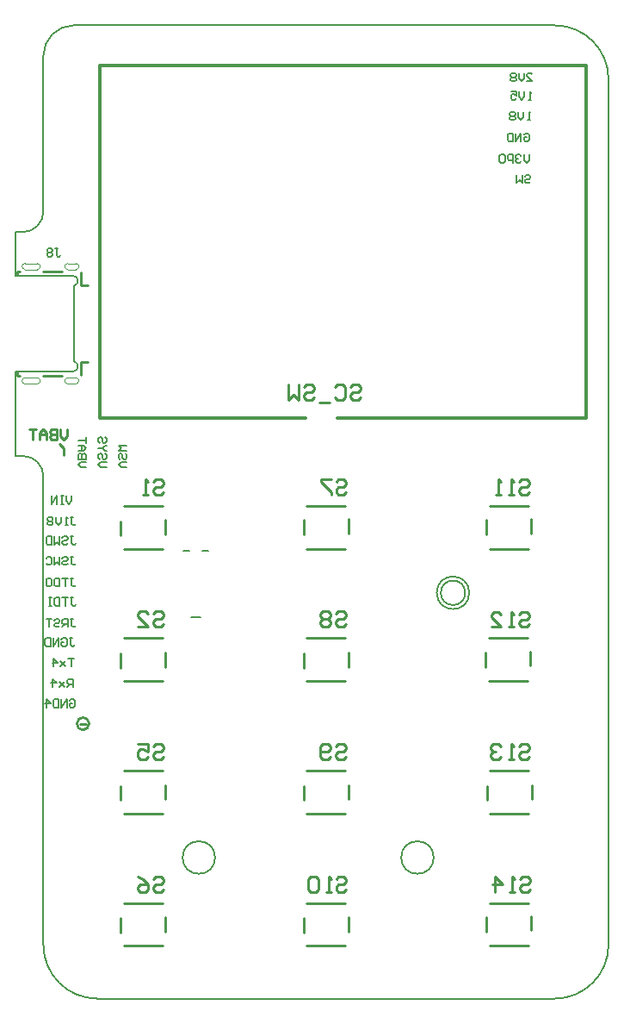
<source format=gbo>
G04 Layer_Color=16776960*
%FSLAX44Y44*%
%MOMM*%
G71*
G01*
G75*
%ADD48C,0.1500*%
%ADD49C,0.2500*%
%ADD51C,0.2000*%
%ADD55C,0.3000*%
%ADD75C,0.0000*%
%ADD95C,0.2540*%
D48*
X33668Y726997D02*
X36334D01*
X35001D01*
Y720333D01*
X36334Y719000D01*
X37667D01*
X39000Y720333D01*
X31003Y725665D02*
X29670Y726997D01*
X27004D01*
X25671Y725665D01*
Y724332D01*
X27004Y722999D01*
X25671Y721666D01*
Y720333D01*
X27004Y719000D01*
X29670D01*
X31003Y720333D01*
Y721666D01*
X29670Y722999D01*
X31003Y724332D01*
Y725665D01*
X29670Y722999D02*
X27004D01*
X502000Y873000D02*
X499334D01*
X500667D01*
Y880997D01*
X502000Y879665D01*
X495336Y880997D02*
Y875666D01*
X492670Y873000D01*
X490004Y875666D01*
Y880997D01*
X482006D02*
X487338D01*
Y876999D01*
X484672Y878332D01*
X483339D01*
X482006Y876999D01*
Y874333D01*
X483339Y873000D01*
X486005D01*
X487338Y874333D01*
X501000Y853000D02*
X498334D01*
X499667D01*
Y860997D01*
X501000Y859665D01*
X494336Y860997D02*
Y855666D01*
X491670Y853000D01*
X489004Y855666D01*
Y860997D01*
X486338Y859665D02*
X485005Y860997D01*
X482339D01*
X481007Y859665D01*
Y858332D01*
X482339Y856999D01*
X481007Y855666D01*
Y854333D01*
X482339Y853000D01*
X485005D01*
X486338Y854333D01*
Y855666D01*
X485005Y856999D01*
X486338Y858332D01*
Y859665D01*
X485005Y856999D02*
X482339D01*
X497668Y891000D02*
X503000D01*
X497668Y896332D01*
Y897664D01*
X499001Y898997D01*
X501667D01*
X503000Y897664D01*
X495003Y898997D02*
Y893666D01*
X492337Y891000D01*
X489671Y893666D01*
Y898997D01*
X487005Y897664D02*
X485672Y898997D01*
X483007D01*
X481674Y897664D01*
Y896332D01*
X483007Y894999D01*
X481674Y893666D01*
Y892333D01*
X483007Y891000D01*
X485672D01*
X487005Y892333D01*
Y893666D01*
X485672Y894999D01*
X487005Y896332D01*
Y897664D01*
X485672Y894999D02*
X483007D01*
X47668Y282665D02*
X49001Y283997D01*
X51667D01*
X53000Y282665D01*
Y277333D01*
X51667Y276000D01*
X49001D01*
X47668Y277333D01*
Y279999D01*
X50334D01*
X45003Y276000D02*
Y283997D01*
X39671Y276000D01*
Y283997D01*
X37005D02*
Y276000D01*
X33006D01*
X31674Y277333D01*
Y282665D01*
X33006Y283997D01*
X37005D01*
X25009Y276000D02*
Y283997D01*
X29008Y279999D01*
X23676D01*
X494668Y838664D02*
X496001Y839997D01*
X498667D01*
X500000Y838664D01*
Y833333D01*
X498667Y832000D01*
X496001D01*
X494668Y833333D01*
Y835999D01*
X497334D01*
X492003Y832000D02*
Y839997D01*
X486671Y832000D01*
Y839997D01*
X484005D02*
Y832000D01*
X480006D01*
X478674Y833333D01*
Y838664D01*
X480006Y839997D01*
X484005D01*
X48668Y462997D02*
X51334D01*
X50001D01*
Y456333D01*
X51334Y455000D01*
X52667D01*
X54000Y456333D01*
X46003Y455000D02*
X43337D01*
X44670D01*
Y462997D01*
X46003Y461665D01*
X39338Y462997D02*
Y457666D01*
X36672Y455000D01*
X34006Y457666D01*
Y462997D01*
X31341Y461665D02*
X30008Y462997D01*
X27342D01*
X26009Y461665D01*
Y460332D01*
X27342Y458999D01*
X26009Y457666D01*
Y456333D01*
X27342Y455000D01*
X30008D01*
X31341Y456333D01*
Y457666D01*
X30008Y458999D01*
X31341Y460332D01*
Y461665D01*
X30008Y458999D02*
X27342D01*
X47668Y343997D02*
X50334D01*
X49001D01*
Y337333D01*
X50334Y336000D01*
X51667D01*
X53000Y337333D01*
X39671Y342664D02*
X41004Y343997D01*
X43670D01*
X45003Y342664D01*
Y337333D01*
X43670Y336000D01*
X41004D01*
X39671Y337333D01*
Y339999D01*
X42337D01*
X37005Y336000D02*
Y343997D01*
X31674Y336000D01*
Y343997D01*
X29008D02*
Y336000D01*
X25009D01*
X23676Y337333D01*
Y342664D01*
X25009Y343997D01*
X29008D01*
X48668Y362997D02*
X51334D01*
X50001D01*
Y356333D01*
X51334Y355000D01*
X52667D01*
X54000Y356333D01*
X46003Y355000D02*
Y362997D01*
X42004D01*
X40671Y361665D01*
Y358999D01*
X42004Y357666D01*
X46003D01*
X43337D02*
X40671Y355000D01*
X32673Y361665D02*
X34006Y362997D01*
X36672D01*
X38005Y361665D01*
Y360332D01*
X36672Y358999D01*
X34006D01*
X32673Y357666D01*
Y356333D01*
X34006Y355000D01*
X36672D01*
X38005Y356333D01*
X30008Y362997D02*
X24676D01*
X27342D01*
Y355000D01*
X48668Y423997D02*
X51334D01*
X50001D01*
Y417333D01*
X51334Y416000D01*
X52667D01*
X54000Y417333D01*
X40671Y422664D02*
X42004Y423997D01*
X44670D01*
X46003Y422664D01*
Y421332D01*
X44670Y419999D01*
X42004D01*
X40671Y418666D01*
Y417333D01*
X42004Y416000D01*
X44670D01*
X46003Y417333D01*
X38005Y423997D02*
Y416000D01*
X35339Y418666D01*
X32673Y416000D01*
Y423997D01*
X24676Y422664D02*
X26009Y423997D01*
X28675D01*
X30008Y422664D01*
Y417333D01*
X28675Y416000D01*
X26009D01*
X24676Y417333D01*
X48668Y443997D02*
X51334D01*
X50001D01*
Y437333D01*
X51334Y436000D01*
X52667D01*
X54000Y437333D01*
X40671Y442664D02*
X42004Y443997D01*
X44670D01*
X46003Y442664D01*
Y441332D01*
X44670Y439999D01*
X42004D01*
X40671Y438666D01*
Y437333D01*
X42004Y436000D01*
X44670D01*
X46003Y437333D01*
X38005Y443997D02*
Y436000D01*
X35339Y438666D01*
X32673Y436000D01*
Y443997D01*
X30008D02*
Y436000D01*
X26009D01*
X24676Y437333D01*
Y442664D01*
X26009Y443997D01*
X30008D01*
X48668Y383997D02*
X51334D01*
X50001D01*
Y377333D01*
X51334Y376000D01*
X52667D01*
X54000Y377333D01*
X46003Y383997D02*
X40671D01*
X43337D01*
Y376000D01*
X38005Y383997D02*
Y376000D01*
X34006D01*
X32673Y377333D01*
Y382664D01*
X34006Y383997D01*
X38005D01*
X30008D02*
X27342D01*
X28675D01*
Y376000D01*
X30008D01*
X27342D01*
X48668Y402997D02*
X51334D01*
X50001D01*
Y396333D01*
X51334Y395000D01*
X52667D01*
X54000Y396333D01*
X46003Y402997D02*
X40671D01*
X43337D01*
Y395000D01*
X38005Y402997D02*
Y395000D01*
X34006D01*
X32673Y396333D01*
Y401665D01*
X34006Y402997D01*
X38005D01*
X26009D02*
X28675D01*
X30008Y401665D01*
Y396333D01*
X28675Y395000D01*
X26009D01*
X24676Y396333D01*
Y401665D01*
X26009Y402997D01*
X51000Y296000D02*
Y303997D01*
X47001D01*
X45668Y302665D01*
Y299999D01*
X47001Y298666D01*
X51000D01*
X48334D02*
X45668Y296000D01*
X43003Y301332D02*
X37671Y296000D01*
X40337Y298666D01*
X37671Y301332D01*
X43003Y296000D01*
X31006D02*
Y303997D01*
X35005Y299999D01*
X29674D01*
X495668Y797664D02*
X497001Y798997D01*
X499667D01*
X501000Y797664D01*
Y796332D01*
X499667Y794999D01*
X497001D01*
X495668Y793666D01*
Y792333D01*
X497001Y791000D01*
X499667D01*
X501000Y792333D01*
X493003Y798997D02*
Y791000D01*
X490337Y793666D01*
X487671Y791000D01*
Y798997D01*
X52000Y323997D02*
X46668D01*
X49334D01*
Y316000D01*
X44003Y321332D02*
X38671Y316000D01*
X41337Y318666D01*
X38671Y321332D01*
X44003Y316000D01*
X32006D02*
Y323997D01*
X36005Y319999D01*
X30673D01*
X500000Y818997D02*
Y813666D01*
X497334Y811000D01*
X494668Y813666D01*
Y818997D01*
X492003Y817664D02*
X490670Y818997D01*
X488004D01*
X486671Y817664D01*
Y816332D01*
X488004Y814999D01*
X489337D01*
X488004D01*
X486671Y813666D01*
Y812333D01*
X488004Y811000D01*
X490670D01*
X492003Y812333D01*
X484005Y811000D02*
Y818997D01*
X480006D01*
X478674Y817664D01*
Y814999D01*
X480006Y813666D01*
X484005D01*
X476008Y817664D02*
X474675Y818997D01*
X472009D01*
X470676Y817664D01*
Y812333D01*
X472009Y811000D01*
X474675D01*
X476008Y812333D01*
Y817664D01*
X63997Y512000D02*
X58666D01*
X56000Y514666D01*
X58666Y517332D01*
X63997D01*
Y519997D02*
X56000D01*
Y523996D01*
X57333Y525329D01*
X58666D01*
X59999Y523996D01*
Y519997D01*
Y523996D01*
X61332Y525329D01*
X62664D01*
X63997Y523996D01*
Y519997D01*
X56000Y527995D02*
X61332D01*
X63997Y530661D01*
X61332Y533326D01*
X56000D01*
X59999D01*
Y527995D01*
X63997Y535992D02*
Y541324D01*
Y538658D01*
X56000D01*
X50000Y483997D02*
Y478666D01*
X47334Y476000D01*
X44668Y478666D01*
Y483997D01*
X42003D02*
X39337D01*
X40670D01*
Y476000D01*
X42003D01*
X39337D01*
X35338D02*
Y483997D01*
X30006Y476000D01*
Y483997D01*
X103997Y512000D02*
X98666D01*
X96000Y514666D01*
X98666Y517332D01*
X103997D01*
X102664Y525329D02*
X103997Y523996D01*
Y521330D01*
X102664Y519997D01*
X101332D01*
X99999Y521330D01*
Y523996D01*
X98666Y525329D01*
X97333D01*
X96000Y523996D01*
Y521330D01*
X97333Y519997D01*
X103997Y527995D02*
X96000D01*
X98666Y530661D01*
X96000Y533326D01*
X103997D01*
X83997Y512000D02*
X78666D01*
X76000Y514666D01*
X78666Y517332D01*
X83997D01*
X82664Y525329D02*
X83997Y523996D01*
Y521330D01*
X82664Y519997D01*
X81332D01*
X79999Y521330D01*
Y523996D01*
X78666Y525329D01*
X77333D01*
X76000Y523996D01*
Y521330D01*
X77333Y519997D01*
X83997Y527995D02*
X82664D01*
X79999Y530661D01*
X82664Y533326D01*
X83997D01*
X79999Y530661D02*
X76000D01*
X82664Y541324D02*
X83997Y539991D01*
Y537325D01*
X82664Y535992D01*
X81332D01*
X79999Y537325D01*
Y539991D01*
X78666Y541324D01*
X77333D01*
X76000Y539991D01*
Y537325D01*
X77333Y535992D01*
D49*
X45000Y548997D02*
Y542332D01*
X41668Y539000D01*
X38335Y542332D01*
Y548997D01*
X35003D02*
Y539000D01*
X30005D01*
X28339Y540666D01*
Y542332D01*
X30005Y543998D01*
X35003D01*
X30005D01*
X28339Y545664D01*
Y547331D01*
X30005Y548997D01*
X35003D01*
X25006Y539000D02*
Y545664D01*
X21674Y548997D01*
X18342Y545664D01*
Y539000D01*
Y543998D01*
X25006D01*
X15010Y548997D02*
X8345D01*
X11677D01*
Y539000D01*
D51*
X190974Y128599D02*
G03*
X190974Y128599I-16000J0D01*
G01*
X405974D02*
G03*
X405974Y128599I-16000J0D01*
G01*
X440974Y388599D02*
G03*
X440974Y388599I-16000J0D01*
G01*
X436974D02*
G03*
X436974Y388599I-12000J0D01*
G01*
X160000Y430000D02*
X165500D01*
X167000Y365000D02*
X177000D01*
X178500Y430000D02*
X184000D01*
X51997Y690100D02*
G03*
X51000Y700000I-997J4900D01*
G01*
Y606000D02*
G03*
X52039Y615891I0J5000D01*
G01*
X2001Y743001D02*
G03*
X22001Y763001I0J20000D01*
G01*
X52000Y946000D02*
G03*
X22001Y916000I0J-30000D01*
G01*
X577999Y893000D02*
G03*
X524999Y946000I-53000J0D01*
G01*
Y-10000D02*
G03*
X577999Y43000I0J53000D01*
G01*
X22001D02*
G03*
X75000Y-10000I53000J0D01*
G01*
X22001Y503001D02*
G03*
X2001Y523001I-20000J0D01*
G01*
X75000Y-10000D02*
X524999D01*
X22001Y43000D02*
Y503001D01*
X-5000Y523001D02*
X2001D01*
X-5000Y743001D02*
X2000D01*
X22001Y763001D02*
Y916000D01*
X52000Y946000D02*
X524999D01*
X577999Y43000D02*
Y893000D01*
X-5001Y700001D02*
Y743001D01*
X-5000Y700000D02*
X51000D01*
X52000Y615900D02*
Y690100D01*
X-5001Y523001D02*
Y605801D01*
X51000D01*
D55*
X78000Y560500D02*
X280000D01*
X78000D02*
Y906500D01*
X556000Y560500D02*
Y906500D01*
X78000D02*
X556000Y906599D01*
X311000Y560500D02*
X556000D01*
D75*
X15999Y593800D02*
G03*
X18999Y596800I0J3000D01*
G01*
D02*
G03*
X15999Y599800I-3000J0D01*
G01*
X4001D02*
G03*
X1001Y596800I0J-3000D01*
G01*
D02*
G03*
X4001Y593800I3000J0D01*
G01*
X54000Y706200D02*
G03*
X57000Y709200I0J3000D01*
G01*
D02*
G03*
X54000Y712200I-3000J0D01*
G01*
X45999D02*
G03*
X43000Y709200I0J-3000D01*
G01*
D02*
G03*
X45999Y706200I3000J0D01*
G01*
X54000Y593800D02*
G03*
X57000Y596800I0J3000D01*
G01*
D02*
G03*
X54000Y599800I-3000J0D01*
G01*
X45999D02*
G03*
X43000Y596800I0J-3000D01*
G01*
D02*
G03*
X45999Y593800I3000J0D01*
G01*
X15999Y706200D02*
G03*
X18999Y709200I0J3000D01*
G01*
D02*
G03*
X15999Y712200I-3000J0D01*
G01*
X4001D02*
G03*
X1001Y709200I0J-3000D01*
G01*
D02*
G03*
X4001Y706200I3000J0D01*
G01*
Y599800D02*
X15999D01*
X4001Y593800D02*
X15999D01*
X45999Y712200D02*
X54000D01*
X45999Y706200D02*
X54000D01*
X45999Y599800D02*
X54000D01*
X45999Y593800D02*
X54000D01*
X4001Y712200D02*
X15999D01*
X4001Y706200D02*
X15999D01*
D95*
X67000Y260000D02*
G03*
X67000Y260000I-6000J0D01*
G01*
X59000Y615000D02*
X66000D01*
X59000Y691000D02*
X66000D01*
X59000D02*
Y703000D01*
Y603000D02*
Y615000D01*
X22000Y602000D02*
X40000D01*
X22000Y704000D02*
X40000D01*
X-4000Y602000D02*
X-1000D01*
X-4000D02*
Y605000D01*
Y704000D02*
X-1000D01*
X-4000Y701000D02*
Y704000D01*
X58000Y260000D02*
X64000D01*
X42000Y524000D02*
Y531000D01*
X38000Y535000D02*
X42000Y531000D01*
X101000Y431940D02*
X139000D01*
X142000Y445940D02*
Y459940D01*
X98000Y444940D02*
Y458940D01*
X101000Y473940D02*
X139000D01*
X281000Y473940D02*
X319000D01*
X278000Y445940D02*
Y459940D01*
X322000Y446940D02*
Y460940D01*
X281000Y431940D02*
X319000D01*
X461000Y473940D02*
X499000D01*
X458000Y445940D02*
X458000Y459940D01*
X502000Y460940D02*
X502000Y446940D01*
X461000Y431940D02*
X499000D01*
X101000Y301940D02*
X139000D01*
X142000Y315940D02*
Y329940D01*
X98000Y314940D02*
Y328940D01*
X101000Y343940D02*
X139000D01*
X281000Y301940D02*
X319000D01*
X322000Y315940D02*
Y329940D01*
X278000Y314940D02*
Y328940D01*
X281000Y343940D02*
X319000D01*
X460000Y343940D02*
X498000D01*
X457000Y315940D02*
Y329940D01*
X501000Y316940D02*
Y330940D01*
X460000Y301940D02*
X498000D01*
X461201Y171940D02*
X499201D01*
X502201Y185940D02*
Y199940D01*
X458201Y184940D02*
Y198940D01*
X461201Y213940D02*
X499201D01*
X281000Y171940D02*
X319000D01*
X322000Y185940D02*
Y199940D01*
X278000Y184940D02*
Y198940D01*
X281000Y213940D02*
X319000D01*
X101000Y171940D02*
X139000D01*
X142000Y185940D02*
Y199940D01*
X98000Y184940D02*
Y198940D01*
X101000Y213940D02*
X139000D01*
X101000Y41941D02*
X139000D01*
X142000Y55941D02*
Y69941D01*
X98000Y54941D02*
Y68941D01*
X101000Y83941D02*
X139000D01*
X280999Y41941D02*
X318999D01*
X321999Y55941D02*
Y69941D01*
X277999Y54941D02*
Y68941D01*
X280999Y83941D02*
X318999D01*
X460999Y83941D02*
X498999D01*
X457999Y55941D02*
Y69941D01*
X501999Y56941D02*
Y70941D01*
X460999Y41941D02*
X498999D01*
X489843Y497696D02*
X492383Y500235D01*
X497461D01*
X500000Y497696D01*
Y495157D01*
X497461Y492617D01*
X492383D01*
X489843Y490078D01*
Y487539D01*
X492383Y485000D01*
X497461D01*
X500000Y487539D01*
X484765Y485000D02*
X479687D01*
X482226D01*
Y500235D01*
X484765Y497696D01*
X472069Y485000D02*
X466991D01*
X469530D01*
Y500235D01*
X472069Y497696D01*
X309843Y367696D02*
X312383Y370235D01*
X317461D01*
X320000Y367696D01*
Y365157D01*
X317461Y362617D01*
X312383D01*
X309843Y360078D01*
Y357539D01*
X312383Y355000D01*
X317461D01*
X320000Y357539D01*
X304765Y367696D02*
X302226Y370235D01*
X297147D01*
X294608Y367696D01*
Y365157D01*
X297147Y362617D01*
X294608Y360078D01*
Y357539D01*
X297147Y355000D01*
X302226D01*
X304765Y357539D01*
Y360078D01*
X302226Y362617D01*
X304765Y365157D01*
Y367696D01*
X302226Y362617D02*
X297147D01*
X129843Y367696D02*
X132382Y370235D01*
X137461D01*
X140000Y367696D01*
Y365157D01*
X137461Y362617D01*
X132382D01*
X129843Y360078D01*
Y357539D01*
X132382Y355000D01*
X137461D01*
X140000Y357539D01*
X114608Y355000D02*
X124765D01*
X114608Y365157D01*
Y367696D01*
X117147Y370235D01*
X122226D01*
X124765Y367696D01*
X489843Y237696D02*
X492383Y240235D01*
X497461D01*
X500000Y237696D01*
Y235157D01*
X497461Y232617D01*
X492383D01*
X489843Y230078D01*
Y227539D01*
X492383Y225000D01*
X497461D01*
X500000Y227539D01*
X484765Y225000D02*
X479687D01*
X482226D01*
Y240235D01*
X484765Y237696D01*
X472069D02*
X469530Y240235D01*
X464451D01*
X461912Y237696D01*
Y235157D01*
X464451Y232617D01*
X466991D01*
X464451D01*
X461912Y230078D01*
Y227539D01*
X464451Y225000D01*
X469530D01*
X472069Y227539D01*
X309843Y237696D02*
X312383Y240235D01*
X317461D01*
X320000Y237696D01*
Y235157D01*
X317461Y232617D01*
X312383D01*
X309843Y230078D01*
Y227539D01*
X312383Y225000D01*
X317461D01*
X320000Y227539D01*
X304765D02*
X302226Y225000D01*
X297147D01*
X294608Y227539D01*
Y237696D01*
X297147Y240235D01*
X302226D01*
X304765Y237696D01*
Y235157D01*
X302226Y232617D01*
X294608D01*
X129843Y237696D02*
X132382Y240235D01*
X137461D01*
X140000Y237696D01*
Y235157D01*
X137461Y232617D01*
X132382D01*
X129843Y230078D01*
Y227539D01*
X132382Y225000D01*
X137461D01*
X140000Y227539D01*
X114608Y240235D02*
X124765D01*
Y232617D01*
X119687Y235157D01*
X117147D01*
X114608Y232617D01*
Y227539D01*
X117147Y225000D01*
X122226D01*
X124765Y227539D01*
X310003Y497496D02*
X312502Y499995D01*
X317501D01*
X320000Y497496D01*
Y494997D01*
X317501Y492498D01*
X312502D01*
X310003Y489998D01*
Y487499D01*
X312502Y485000D01*
X317501D01*
X320000Y487499D01*
X305005Y499995D02*
X295008D01*
Y497496D01*
X305005Y487499D01*
Y485000D01*
X130003Y107496D02*
X132502Y109995D01*
X137501D01*
X140000Y107496D01*
Y104997D01*
X137501Y102498D01*
X132502D01*
X130003Y99998D01*
Y97499D01*
X132502Y95000D01*
X137501D01*
X140000Y97499D01*
X115008Y109995D02*
X120007Y107496D01*
X125005Y102498D01*
Y97499D01*
X122506Y95000D01*
X117507D01*
X115008Y97499D01*
Y99998D01*
X117507Y102498D01*
X125005D01*
X491003Y107496D02*
X493502Y109995D01*
X498501D01*
X501000Y107496D01*
Y104997D01*
X498501Y102498D01*
X493502D01*
X491003Y99998D01*
Y97499D01*
X493502Y95000D01*
X498501D01*
X501000Y97499D01*
X486005Y95000D02*
X481007D01*
X483506D01*
Y109995D01*
X486005Y107496D01*
X466011Y95000D02*
Y109995D01*
X473509Y102498D01*
X463512D01*
X490003Y367496D02*
X492502Y369995D01*
X497501D01*
X500000Y367496D01*
Y364997D01*
X497501Y362498D01*
X492502D01*
X490003Y359998D01*
Y357499D01*
X492502Y355000D01*
X497501D01*
X500000Y357499D01*
X485005Y355000D02*
X480006D01*
X482506D01*
Y369995D01*
X485005Y367496D01*
X462512Y355000D02*
X472509D01*
X462512Y364997D01*
Y367496D01*
X465011Y369995D01*
X470010D01*
X472509Y367496D01*
X310003Y107496D02*
X312502Y109995D01*
X317501D01*
X320000Y107496D01*
Y104997D01*
X317501Y102498D01*
X312502D01*
X310003Y99998D01*
Y97499D01*
X312502Y95000D01*
X317501D01*
X320000Y97499D01*
X305005Y95000D02*
X300007D01*
X302506D01*
Y109995D01*
X305005Y107496D01*
X292509D02*
X290010Y109995D01*
X285011D01*
X282512Y107496D01*
Y97499D01*
X285011Y95000D01*
X290010D01*
X292509Y97499D01*
Y107496D01*
X323843Y590696D02*
X326382Y593235D01*
X331461D01*
X334000Y590696D01*
Y588157D01*
X331461Y585617D01*
X326382D01*
X323843Y583078D01*
Y580539D01*
X326382Y578000D01*
X331461D01*
X334000Y580539D01*
X308608Y590696D02*
X311147Y593235D01*
X316226D01*
X318765Y590696D01*
Y580539D01*
X316226Y578000D01*
X311147D01*
X308608Y580539D01*
X303530Y575461D02*
X293373D01*
X278138Y590696D02*
X280677Y593235D01*
X285756D01*
X288295Y590696D01*
Y588157D01*
X285756Y585617D01*
X280677D01*
X278138Y583078D01*
Y580539D01*
X280677Y578000D01*
X285756D01*
X288295Y580539D01*
X273060Y593235D02*
Y578000D01*
X267981Y583078D01*
X262903Y578000D01*
Y593235D01*
X129843Y497696D02*
X132382Y500235D01*
X137461D01*
X140000Y497696D01*
Y495157D01*
X137461Y492617D01*
X132382D01*
X129843Y490078D01*
Y487539D01*
X132382Y485000D01*
X137461D01*
X140000Y487539D01*
X124765Y485000D02*
X119687D01*
X122226D01*
Y500235D01*
X124765Y497696D01*
M02*

</source>
